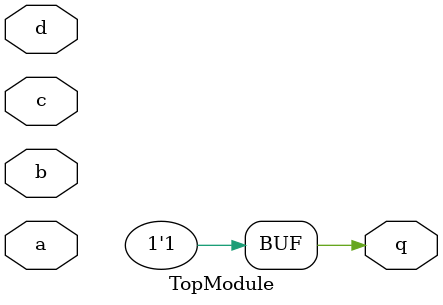
<source format=sv>

module TopModule (
  input a,
  input b,
  input c,
  input d,
  output q
);
  assign q = (a == 1) ? ((b == 1) ? ((c == 1) ? (d == 1 ? 1 : 1) : (d == 1 ? 1 : 1)) : (d == 1 ? 1 : 1)) : (b == 1) ? ((c == 1) ? (d == 1 ? 1 : 1) : (d == 1 ? 1 : 1)) : (c == 1) ? (d == 1 ? 1 : 1) : (d == 1 ? 1 : 1);
endmodule

</source>
